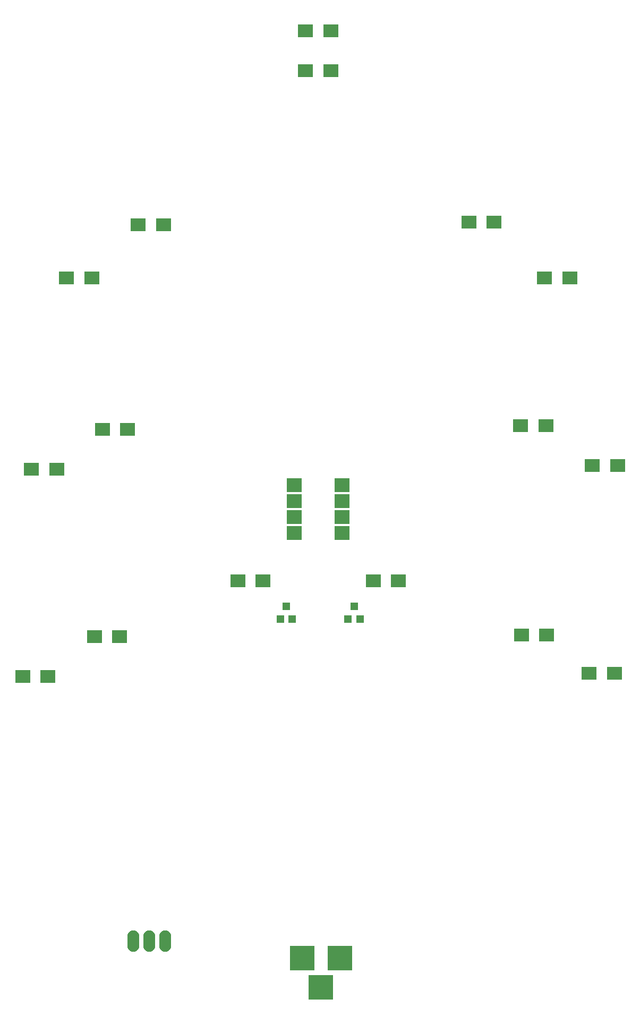
<source format=gbr>
G04 #@! TF.FileFunction,Soldermask,Top*
%FSLAX46Y46*%
G04 Gerber Fmt 4.6, Leading zero omitted, Abs format (unit mm)*
G04 Created by KiCad (PCBNEW 4.0.6) date Saturday, November 11, 2017 'PMt' 03:03:55 PM*
%MOMM*%
%LPD*%
G01*
G04 APERTURE LIST*
%ADD10C,0.100000*%
%ADD11R,2.400000X2.100000*%
%ADD12R,2.400000X2.180000*%
%ADD13O,1.910000X3.410000*%
%ADD14R,3.900000X3.900000*%
%ADD15R,1.200000X1.300000*%
G04 APERTURE END LIST*
D10*
D11*
X48165000Y-128270000D03*
X52165000Y-128270000D03*
X138970000Y-94615000D03*
X142970000Y-94615000D03*
X55150000Y-64770000D03*
X59150000Y-64770000D03*
D12*
X91440000Y-97790000D03*
X99060000Y-105410000D03*
X91440000Y-100330000D03*
X99060000Y-102870000D03*
X91440000Y-102870000D03*
X99060000Y-100330000D03*
X91440000Y-105410000D03*
X99060000Y-97790000D03*
D11*
X138462000Y-127762000D03*
X142462000Y-127762000D03*
X49562000Y-95250000D03*
X53562000Y-95250000D03*
X135350000Y-64770000D03*
X131350000Y-64770000D03*
X59595000Y-121920000D03*
X63595000Y-121920000D03*
X131540000Y-88265000D03*
X127540000Y-88265000D03*
X66580000Y-56261000D03*
X70580000Y-56261000D03*
X131667000Y-121666000D03*
X127667000Y-121666000D03*
X60865000Y-88900000D03*
X64865000Y-88900000D03*
X123285000Y-55880000D03*
X119285000Y-55880000D03*
X93250000Y-31750000D03*
X97250000Y-31750000D03*
D13*
X65786000Y-170434000D03*
X68326000Y-170434000D03*
X70866000Y-170434000D03*
D11*
X93250000Y-25400000D03*
X97250000Y-25400000D03*
D14*
X98679000Y-173101000D03*
X92679000Y-173101000D03*
X95679000Y-177801000D03*
D11*
X108045000Y-113030000D03*
X104045000Y-113030000D03*
D15*
X89220000Y-119110000D03*
X91120000Y-119110000D03*
X90170000Y-117110000D03*
X100015000Y-119110000D03*
X101915000Y-119110000D03*
X100965000Y-117110000D03*
D11*
X82455000Y-113030000D03*
X86455000Y-113030000D03*
M02*

</source>
